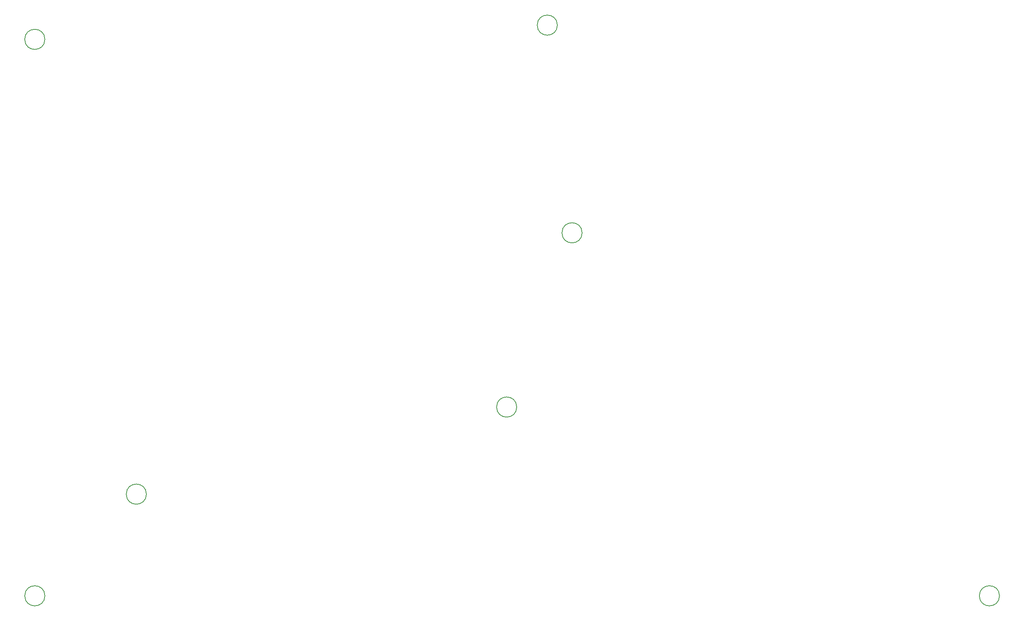
<source format=gbr>
%TF.GenerationSoftware,KiCad,Pcbnew,8.0.4*%
%TF.CreationDate,2025-06-27T14:04:57-05:00*%
%TF.ProjectId,numlocked_shift,6e756d6c-6f63-46b6-9564-5f7368696674,rev?*%
%TF.SameCoordinates,Original*%
%TF.FileFunction,Other,Comment*%
%FSLAX46Y46*%
G04 Gerber Fmt 4.6, Leading zero omitted, Abs format (unit mm)*
G04 Created by KiCad (PCBNEW 8.0.4) date 2025-06-27 14:04:57*
%MOMM*%
%LPD*%
G01*
G04 APERTURE LIST*
%ADD10C,0.150000*%
G04 APERTURE END LIST*
D10*
%TO.C,H1*%
X32660450Y-39710000D02*
G75*
G02*
X28260450Y-39710000I-2200000J0D01*
G01*
X28260450Y-39710000D02*
G75*
G02*
X32660450Y-39710000I2200000J0D01*
G01*
%TO.C,H4*%
X241354200Y-161400000D02*
G75*
G02*
X236954200Y-161400000I-2200000J0D01*
G01*
X236954200Y-161400000D02*
G75*
G02*
X241354200Y-161400000I2200000J0D01*
G01*
%TO.C,H5*%
X54854200Y-139166600D02*
G75*
G02*
X50454200Y-139166600I-2200000J0D01*
G01*
X50454200Y-139166600D02*
G75*
G02*
X54854200Y-139166600I2200000J0D01*
G01*
%TO.C,H3*%
X32660450Y-161400000D02*
G75*
G02*
X28260450Y-161400000I-2200000J0D01*
G01*
X28260450Y-161400000D02*
G75*
G02*
X32660450Y-161400000I2200000J0D01*
G01*
%TO.C,H7*%
X135816700Y-120116600D02*
G75*
G02*
X131416700Y-120116600I-2200000J0D01*
G01*
X131416700Y-120116600D02*
G75*
G02*
X135816700Y-120116600I2200000J0D01*
G01*
%TO.C,H6*%
X150104200Y-82016600D02*
G75*
G02*
X145704200Y-82016600I-2200000J0D01*
G01*
X145704200Y-82016600D02*
G75*
G02*
X150104200Y-82016600I2200000J0D01*
G01*
%TO.C,H2*%
X144700000Y-36600000D02*
G75*
G02*
X140300000Y-36600000I-2200000J0D01*
G01*
X140300000Y-36600000D02*
G75*
G02*
X144700000Y-36600000I2200000J0D01*
G01*
%TD*%
M02*

</source>
